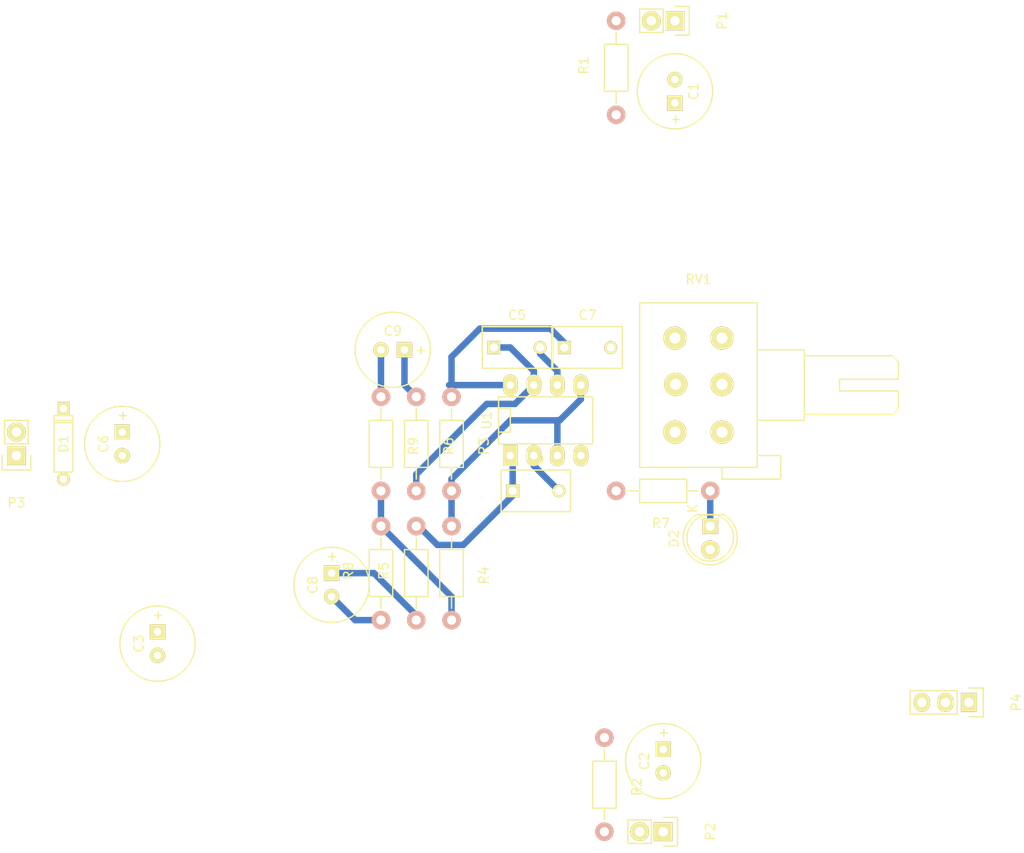
<source format=kicad_pcb>
(kicad_pcb (version 4) (host pcbnew "(after 2015-mar-04 BZR unknown)-product")

  (general
    (links 47)
    (no_connects 29)
    (area 27.134999 60.154999 140.388334 151.935001)
    (thickness 1.6)
    (drawings 0)
    (tracks 50)
    (zones 0)
    (modules 26)
    (nets 15)
  )

  (page A4)
  (layers
    (0 F.Cu signal)
    (31 B.Cu signal)
    (32 B.Adhes user)
    (33 F.Adhes user)
    (34 B.Paste user)
    (35 F.Paste user)
    (36 B.SilkS user)
    (37 F.SilkS user)
    (38 B.Mask user)
    (39 F.Mask user)
    (40 Dwgs.User user)
    (41 Cmts.User user)
    (42 Eco1.User user)
    (43 Eco2.User user)
    (44 Edge.Cuts user)
    (45 Margin user)
    (46 B.CrtYd user)
    (47 F.CrtYd user)
    (48 B.Fab user)
    (49 F.Fab user)
  )

  (setup
    (last_trace_width 0.7)
    (trace_clearance 0.3)
    (zone_clearance 0.508)
    (zone_45_only no)
    (trace_min 0.2)
    (segment_width 0.2)
    (edge_width 0.1)
    (via_size 1.6)
    (via_drill 0.8)
    (via_min_size 0.4)
    (via_min_drill 0.3)
    (uvia_size 0.3)
    (uvia_drill 0.1)
    (uvias_allowed no)
    (uvia_min_size 0.2)
    (uvia_min_drill 0.1)
    (pcb_text_width 0.3)
    (pcb_text_size 1.5 1.5)
    (mod_edge_width 0.15)
    (mod_text_size 1 1)
    (mod_text_width 0.15)
    (pad_size 1.5 1.5)
    (pad_drill 0.6)
    (pad_to_mask_clearance 0)
    (aux_axis_origin 0 0)
    (visible_elements FFFFFF7F)
    (pcbplotparams
      (layerselection 0x00030_80000001)
      (usegerberextensions false)
      (excludeedgelayer true)
      (linewidth 0.100000)
      (plotframeref false)
      (viasonmask false)
      (mode 1)
      (useauxorigin false)
      (hpglpennumber 1)
      (hpglpenspeed 20)
      (hpglpendiameter 15)
      (hpglpenoverlay 2)
      (psnegative false)
      (psa4output false)
      (plotreference true)
      (plotvalue true)
      (plotinvisibletext false)
      (padsonsilk false)
      (subtractmaskfromsilk false)
      (outputformat 1)
      (mirror false)
      (drillshape 1)
      (scaleselection 1)
      (outputdirectory ""))
  )

  (net 0 "")
  (net 1 "Net-(C1-Pad2)")
  (net 2 pot_a_L)
  (net 3 "Net-(C2-Pad2)")
  (net 4 pot_a_R)
  (net 5 GND)
  (net 6 vgnd)
  (net 7 pot_b_L)
  (net 8 pot_b_R)
  (net 9 +9V)
  (net 10 L_out)
  (net 11 "Net-(C8-Pad1)")
  (net 12 R_out)
  (net 13 "Net-(C9-Pad1)")
  (net 14 "Net-(D2-Pad1)")

  (net_class Default "This is the default net class."
    (clearance 0.3)
    (trace_width 0.7)
    (via_dia 1.6)
    (via_drill 0.8)
    (uvia_dia 0.3)
    (uvia_drill 0.1)
    (add_net +9V)
    (add_net GND)
    (add_net L_out)
    (add_net "Net-(C1-Pad2)")
    (add_net "Net-(C2-Pad2)")
    (add_net "Net-(C8-Pad1)")
    (add_net "Net-(C9-Pad1)")
    (add_net "Net-(D2-Pad1)")
    (add_net R_out)
    (add_net pot_a_L)
    (add_net pot_a_R)
    (add_net pot_b_L)
    (add_net pot_b_R)
    (add_net vgnd)
  )

  (module Capacitors_ThroughHole:C_Disc_D7.5_P5 (layer F.Cu) (tedit 0) (tstamp 557ACA9D)
    (at 82.804 113.03)
    (descr "Capacitor 7.5mm Disc, Pitch 5mm")
    (tags Capacitor)
    (path /5576C92C)
    (fp_text reference C4 (at 2.5 -3.5) (layer F.SilkS)
      (effects (font (size 1 1) (thickness 0.15)))
    )
    (fp_text value 15pF (at 2.5 3.5) (layer F.Fab)
      (effects (font (size 1 1) (thickness 0.15)))
    )
    (fp_line (start -1.5 -2.5) (end 6.5 -2.5) (layer F.CrtYd) (width 0.05))
    (fp_line (start 6.5 -2.5) (end 6.5 2.5) (layer F.CrtYd) (width 0.05))
    (fp_line (start 6.5 2.5) (end -1.5 2.5) (layer F.CrtYd) (width 0.05))
    (fp_line (start -1.5 2.5) (end -1.5 -2.5) (layer F.CrtYd) (width 0.05))
    (fp_line (start -1.25 -2.25) (end 6.25 -2.25) (layer F.SilkS) (width 0.15))
    (fp_line (start 6.25 -2.25) (end 6.25 2.25) (layer F.SilkS) (width 0.15))
    (fp_line (start 6.25 2.25) (end -1.25 2.25) (layer F.SilkS) (width 0.15))
    (fp_line (start -1.25 2.25) (end -1.25 -2.25) (layer F.SilkS) (width 0.15))
    (pad 1 thru_hole rect (at 0 0) (size 1.4 1.4) (drill 0.9) (layers *.Cu *.Mask F.SilkS)
      (net 7 pot_b_L))
    (pad 2 thru_hole circle (at 5 0) (size 1.4 1.4) (drill 0.9) (layers *.Cu *.Mask F.SilkS)
      (net 2 pot_a_L))
    (model Capacitors_ThroughHole.3dshapes/C_Disc_D7.5_P5.wrl
      (at (xyz 0.0984252 0 0))
      (scale (xyz 1 1 1))
      (rotate (xyz 0 0 0))
    )
  )

  (module Capacitors_ThroughHole:C_Disc_D7.5_P5 (layer F.Cu) (tedit 0) (tstamp 557ACAA3)
    (at 80.772 97.536)
    (descr "Capacitor 7.5mm Disc, Pitch 5mm")
    (tags Capacitor)
    (path /557A3203)
    (fp_text reference C5 (at 2.5 -3.5) (layer F.SilkS)
      (effects (font (size 1 1) (thickness 0.15)))
    )
    (fp_text value 15pF (at 2.5 3.5) (layer F.Fab)
      (effects (font (size 1 1) (thickness 0.15)))
    )
    (fp_line (start -1.5 -2.5) (end 6.5 -2.5) (layer F.CrtYd) (width 0.05))
    (fp_line (start 6.5 -2.5) (end 6.5 2.5) (layer F.CrtYd) (width 0.05))
    (fp_line (start 6.5 2.5) (end -1.5 2.5) (layer F.CrtYd) (width 0.05))
    (fp_line (start -1.5 2.5) (end -1.5 -2.5) (layer F.CrtYd) (width 0.05))
    (fp_line (start -1.25 -2.25) (end 6.25 -2.25) (layer F.SilkS) (width 0.15))
    (fp_line (start 6.25 -2.25) (end 6.25 2.25) (layer F.SilkS) (width 0.15))
    (fp_line (start 6.25 2.25) (end -1.25 2.25) (layer F.SilkS) (width 0.15))
    (fp_line (start -1.25 2.25) (end -1.25 -2.25) (layer F.SilkS) (width 0.15))
    (pad 1 thru_hole rect (at 0 0) (size 1.4 1.4) (drill 0.9) (layers *.Cu *.Mask F.SilkS)
      (net 8 pot_b_R))
    (pad 2 thru_hole circle (at 5 0) (size 1.4 1.4) (drill 0.9) (layers *.Cu *.Mask F.SilkS)
      (net 4 pot_a_R))
    (model Capacitors_ThroughHole.3dshapes/C_Disc_D7.5_P5.wrl
      (at (xyz 0.0984252 0 0))
      (scale (xyz 1 1 1))
      (rotate (xyz 0 0 0))
    )
  )

  (module Capacitors_ThroughHole:C_Disc_D7.5_P5 (layer F.Cu) (tedit 0) (tstamp 557ACAAF)
    (at 88.392 97.536)
    (descr "Capacitor 7.5mm Disc, Pitch 5mm")
    (tags Capacitor)
    (path /55798F95)
    (fp_text reference C7 (at 2.5 -3.5) (layer F.SilkS)
      (effects (font (size 1 1) (thickness 0.15)))
    )
    (fp_text value 100nF (at 2.5 3.5) (layer F.Fab)
      (effects (font (size 1 1) (thickness 0.15)))
    )
    (fp_line (start -1.5 -2.5) (end 6.5 -2.5) (layer F.CrtYd) (width 0.05))
    (fp_line (start 6.5 -2.5) (end 6.5 2.5) (layer F.CrtYd) (width 0.05))
    (fp_line (start 6.5 2.5) (end -1.5 2.5) (layer F.CrtYd) (width 0.05))
    (fp_line (start -1.5 2.5) (end -1.5 -2.5) (layer F.CrtYd) (width 0.05))
    (fp_line (start -1.25 -2.25) (end 6.25 -2.25) (layer F.SilkS) (width 0.15))
    (fp_line (start 6.25 -2.25) (end 6.25 2.25) (layer F.SilkS) (width 0.15))
    (fp_line (start 6.25 2.25) (end -1.25 2.25) (layer F.SilkS) (width 0.15))
    (fp_line (start -1.25 2.25) (end -1.25 -2.25) (layer F.SilkS) (width 0.15))
    (pad 1 thru_hole rect (at 0 0) (size 1.4 1.4) (drill 0.9) (layers *.Cu *.Mask F.SilkS)
      (net 9 +9V))
    (pad 2 thru_hole circle (at 5 0) (size 1.4 1.4) (drill 0.9) (layers *.Cu *.Mask F.SilkS)
      (net 5 GND))
    (model Capacitors_ThroughHole.3dshapes/C_Disc_D7.5_P5.wrl
      (at (xyz 0.0984252 0 0))
      (scale (xyz 1 1 1))
      (rotate (xyz 0 0 0))
    )
  )

  (module LEDs:LED-5MM (layer F.Cu) (tedit 5538E0D0) (tstamp 557ACAC7)
    (at 104.14 116.84 270)
    (descr "LED vertical 5mm")
    (tags "LED-5MM LED 5mm")
    (path /5576C5E6)
    (fp_text reference D2 (at 1.35 3.9 270) (layer F.SilkS)
      (effects (font (size 1 1) (thickness 0.15)))
    )
    (fp_text value LED (at 1.35 -3.75 270) (layer F.Fab)
      (effects (font (size 1 1) (thickness 0.15)))
    )
    (fp_line (start 4.4 -3.15) (end 4.4 3.15) (layer F.CrtYd) (width 0.05))
    (fp_line (start -1.5 -3.15) (end -1.5 3.15) (layer F.CrtYd) (width 0.05))
    (fp_line (start -1.5 3.15) (end 4.4 3.15) (layer F.CrtYd) (width 0.05))
    (fp_line (start -1.5 -3.15) (end 4.4 -3.15) (layer F.CrtYd) (width 0.05))
    (fp_arc (start 1.26866 0) (end -1.23134 -1.5) (angle 297.5) (layer F.SilkS) (width 0.15))
    (fp_line (start -1.23134 1.5) (end -1.23134 -1.5) (layer F.SilkS) (width 0.15))
    (fp_circle (center 1.26866 0) (end 0.96866 -2.5) (layer F.SilkS) (width 0.15))
    (fp_text user K (at -1.90634 1.905 270) (layer F.SilkS)
      (effects (font (size 1 1) (thickness 0.15)))
    )
    (pad 1 thru_hole rect (at -0.00134 0) (size 1.69926 1.69926) (drill 1.00076) (layers *.Cu *.Mask F.SilkS)
      (net 14 "Net-(D2-Pad1)"))
    (pad 2 thru_hole circle (at 2.53866 0 270) (size 1.99898 1.99898) (drill 1.00076) (layers *.Cu *.Mask F.SilkS)
      (net 9 +9V))
    (model LEDs.3dshapes/LED-5MM.wrl
      (at (xyz 0.05 0 -0.012))
      (scale (xyz 1 1 1))
      (rotate (xyz 0 0 180))
    )
  )

  (module Pin_Headers:Pin_Header_Straight_1x02 (layer F.Cu) (tedit 54EA090C) (tstamp 557ACACD)
    (at 100.33 62.23 270)
    (descr "Through hole pin header")
    (tags "pin header")
    (path /5576D17C)
    (fp_text reference P1 (at 0 -5.1 270) (layer F.SilkS)
      (effects (font (size 1 1) (thickness 0.15)))
    )
    (fp_text value mic_L (at 0 -3.1 270) (layer F.Fab)
      (effects (font (size 1 1) (thickness 0.15)))
    )
    (fp_line (start 1.27 1.27) (end 1.27 3.81) (layer F.SilkS) (width 0.15))
    (fp_line (start 1.55 -1.55) (end 1.55 0) (layer F.SilkS) (width 0.15))
    (fp_line (start -1.75 -1.75) (end -1.75 4.3) (layer F.CrtYd) (width 0.05))
    (fp_line (start 1.75 -1.75) (end 1.75 4.3) (layer F.CrtYd) (width 0.05))
    (fp_line (start -1.75 -1.75) (end 1.75 -1.75) (layer F.CrtYd) (width 0.05))
    (fp_line (start -1.75 4.3) (end 1.75 4.3) (layer F.CrtYd) (width 0.05))
    (fp_line (start 1.27 1.27) (end -1.27 1.27) (layer F.SilkS) (width 0.15))
    (fp_line (start -1.55 0) (end -1.55 -1.55) (layer F.SilkS) (width 0.15))
    (fp_line (start -1.55 -1.55) (end 1.55 -1.55) (layer F.SilkS) (width 0.15))
    (fp_line (start -1.27 1.27) (end -1.27 3.81) (layer F.SilkS) (width 0.15))
    (fp_line (start -1.27 3.81) (end 1.27 3.81) (layer F.SilkS) (width 0.15))
    (pad 1 thru_hole rect (at 0 0 270) (size 2.032 2.032) (drill 1.016) (layers *.Cu *.Mask F.SilkS)
      (net 5 GND))
    (pad 2 thru_hole oval (at 0 2.54 270) (size 2.032 2.032) (drill 1.016) (layers *.Cu *.Mask F.SilkS)
      (net 1 "Net-(C1-Pad2)"))
    (model Pin_Headers.3dshapes/Pin_Header_Straight_1x02.wrl
      (at (xyz 0 -0.05 0))
      (scale (xyz 1 1 1))
      (rotate (xyz 0 0 90))
    )
  )

  (module Pin_Headers:Pin_Header_Straight_1x02 (layer F.Cu) (tedit 54EA090C) (tstamp 557ACAD3)
    (at 99.06 149.86 270)
    (descr "Through hole pin header")
    (tags "pin header")
    (path /557A320F)
    (fp_text reference P2 (at 0 -5.1 270) (layer F.SilkS)
      (effects (font (size 1 1) (thickness 0.15)))
    )
    (fp_text value mic_R (at 0 -3.1 270) (layer F.Fab)
      (effects (font (size 1 1) (thickness 0.15)))
    )
    (fp_line (start 1.27 1.27) (end 1.27 3.81) (layer F.SilkS) (width 0.15))
    (fp_line (start 1.55 -1.55) (end 1.55 0) (layer F.SilkS) (width 0.15))
    (fp_line (start -1.75 -1.75) (end -1.75 4.3) (layer F.CrtYd) (width 0.05))
    (fp_line (start 1.75 -1.75) (end 1.75 4.3) (layer F.CrtYd) (width 0.05))
    (fp_line (start -1.75 -1.75) (end 1.75 -1.75) (layer F.CrtYd) (width 0.05))
    (fp_line (start -1.75 4.3) (end 1.75 4.3) (layer F.CrtYd) (width 0.05))
    (fp_line (start 1.27 1.27) (end -1.27 1.27) (layer F.SilkS) (width 0.15))
    (fp_line (start -1.55 0) (end -1.55 -1.55) (layer F.SilkS) (width 0.15))
    (fp_line (start -1.55 -1.55) (end 1.55 -1.55) (layer F.SilkS) (width 0.15))
    (fp_line (start -1.27 1.27) (end -1.27 3.81) (layer F.SilkS) (width 0.15))
    (fp_line (start -1.27 3.81) (end 1.27 3.81) (layer F.SilkS) (width 0.15))
    (pad 1 thru_hole rect (at 0 0 270) (size 2.032 2.032) (drill 1.016) (layers *.Cu *.Mask F.SilkS)
      (net 5 GND))
    (pad 2 thru_hole oval (at 0 2.54 270) (size 2.032 2.032) (drill 1.016) (layers *.Cu *.Mask F.SilkS)
      (net 3 "Net-(C2-Pad2)"))
    (model Pin_Headers.3dshapes/Pin_Header_Straight_1x02.wrl
      (at (xyz 0 -0.05 0))
      (scale (xyz 1 1 1))
      (rotate (xyz 0 0 90))
    )
  )

  (module Pin_Headers:Pin_Header_Straight_1x02 (layer F.Cu) (tedit 54EA090C) (tstamp 557ACAD9)
    (at 29.21 109.22 180)
    (descr "Through hole pin header")
    (tags "pin header")
    (path /5576C752)
    (fp_text reference P3 (at 0 -5.1 180) (layer F.SilkS)
      (effects (font (size 1 1) (thickness 0.15)))
    )
    (fp_text value batt (at 0 -3.1 180) (layer F.Fab)
      (effects (font (size 1 1) (thickness 0.15)))
    )
    (fp_line (start 1.27 1.27) (end 1.27 3.81) (layer F.SilkS) (width 0.15))
    (fp_line (start 1.55 -1.55) (end 1.55 0) (layer F.SilkS) (width 0.15))
    (fp_line (start -1.75 -1.75) (end -1.75 4.3) (layer F.CrtYd) (width 0.05))
    (fp_line (start 1.75 -1.75) (end 1.75 4.3) (layer F.CrtYd) (width 0.05))
    (fp_line (start -1.75 -1.75) (end 1.75 -1.75) (layer F.CrtYd) (width 0.05))
    (fp_line (start -1.75 4.3) (end 1.75 4.3) (layer F.CrtYd) (width 0.05))
    (fp_line (start 1.27 1.27) (end -1.27 1.27) (layer F.SilkS) (width 0.15))
    (fp_line (start -1.55 0) (end -1.55 -1.55) (layer F.SilkS) (width 0.15))
    (fp_line (start -1.55 -1.55) (end 1.55 -1.55) (layer F.SilkS) (width 0.15))
    (fp_line (start -1.27 1.27) (end -1.27 3.81) (layer F.SilkS) (width 0.15))
    (fp_line (start -1.27 3.81) (end 1.27 3.81) (layer F.SilkS) (width 0.15))
    (pad 1 thru_hole rect (at 0 0 180) (size 2.032 2.032) (drill 1.016) (layers *.Cu *.Mask F.SilkS)
      (net 5 GND))
    (pad 2 thru_hole oval (at 0 2.54 180) (size 2.032 2.032) (drill 1.016) (layers *.Cu *.Mask F.SilkS)
      (net 9 +9V))
    (model Pin_Headers.3dshapes/Pin_Header_Straight_1x02.wrl
      (at (xyz 0 -0.05 0))
      (scale (xyz 1 1 1))
      (rotate (xyz 0 0 90))
    )
  )

  (module Pin_Headers:Pin_Header_Straight_1x03 (layer F.Cu) (tedit 0) (tstamp 557ACAE0)
    (at 132.08 135.89 270)
    (descr "Through hole pin header")
    (tags "pin header")
    (path /5576D1BA)
    (fp_text reference P4 (at 0 -5.1 270) (layer F.SilkS)
      (effects (font (size 1 1) (thickness 0.15)))
    )
    (fp_text value CONN_01X03 (at 0 -3.1 270) (layer F.Fab)
      (effects (font (size 1 1) (thickness 0.15)))
    )
    (fp_line (start -1.75 -1.75) (end -1.75 6.85) (layer F.CrtYd) (width 0.05))
    (fp_line (start 1.75 -1.75) (end 1.75 6.85) (layer F.CrtYd) (width 0.05))
    (fp_line (start -1.75 -1.75) (end 1.75 -1.75) (layer F.CrtYd) (width 0.05))
    (fp_line (start -1.75 6.85) (end 1.75 6.85) (layer F.CrtYd) (width 0.05))
    (fp_line (start -1.27 1.27) (end -1.27 6.35) (layer F.SilkS) (width 0.15))
    (fp_line (start -1.27 6.35) (end 1.27 6.35) (layer F.SilkS) (width 0.15))
    (fp_line (start 1.27 6.35) (end 1.27 1.27) (layer F.SilkS) (width 0.15))
    (fp_line (start 1.55 -1.55) (end 1.55 0) (layer F.SilkS) (width 0.15))
    (fp_line (start 1.27 1.27) (end -1.27 1.27) (layer F.SilkS) (width 0.15))
    (fp_line (start -1.55 0) (end -1.55 -1.55) (layer F.SilkS) (width 0.15))
    (fp_line (start -1.55 -1.55) (end 1.55 -1.55) (layer F.SilkS) (width 0.15))
    (pad 1 thru_hole rect (at 0 0 270) (size 2.032 1.7272) (drill 1.016) (layers *.Cu *.Mask F.SilkS)
      (net 10 L_out))
    (pad 2 thru_hole oval (at 0 2.54 270) (size 2.032 1.7272) (drill 1.016) (layers *.Cu *.Mask F.SilkS)
      (net 5 GND))
    (pad 3 thru_hole oval (at 0 5.08 270) (size 2.032 1.7272) (drill 1.016) (layers *.Cu *.Mask F.SilkS)
      (net 12 R_out))
    (model Pin_Headers.3dshapes/Pin_Header_Straight_1x03.wrl
      (at (xyz 0 -0.1 0))
      (scale (xyz 1 1 1))
      (rotate (xyz 0 0 90))
    )
  )

  (module Resistors_ThroughHole:Resistor_Horizontal_RM10mm (layer F.Cu) (tedit 53F56209) (tstamp 557ACAE6)
    (at 93.98 67.31 90)
    (descr "Resistor, Axial,  RM 10mm, 1/3W,")
    (tags "Resistor, Axial, RM 10mm, 1/3W,")
    (path /5579A46D)
    (fp_text reference R1 (at 0.24892 -3.50012 90) (layer F.SilkS)
      (effects (font (size 1 1) (thickness 0.15)))
    )
    (fp_text value 13.7k (at 3.81 3.81 90) (layer F.Fab)
      (effects (font (size 1 1) (thickness 0.15)))
    )
    (fp_line (start -2.54 -1.27) (end 2.54 -1.27) (layer F.SilkS) (width 0.15))
    (fp_line (start 2.54 -1.27) (end 2.54 1.27) (layer F.SilkS) (width 0.15))
    (fp_line (start 2.54 1.27) (end -2.54 1.27) (layer F.SilkS) (width 0.15))
    (fp_line (start -2.54 1.27) (end -2.54 -1.27) (layer F.SilkS) (width 0.15))
    (fp_line (start -2.54 0) (end -3.81 0) (layer F.SilkS) (width 0.15))
    (fp_line (start 2.54 0) (end 3.81 0) (layer F.SilkS) (width 0.15))
    (pad 1 thru_hole circle (at -5.08 0 90) (size 1.99898 1.99898) (drill 1.00076) (layers *.Cu *.SilkS *.Mask)
      (net 9 +9V))
    (pad 2 thru_hole circle (at 5.08 0 90) (size 1.99898 1.99898) (drill 1.00076) (layers *.Cu *.SilkS *.Mask)
      (net 1 "Net-(C1-Pad2)"))
    (model Resistors_ThroughHole.3dshapes/Resistor_Horizontal_RM10mm.wrl
      (at (xyz 0 0 0))
      (scale (xyz 0.4 0.4 0.4))
      (rotate (xyz 0 0 0))
    )
  )

  (module Resistors_ThroughHole:Resistor_Horizontal_RM10mm (layer F.Cu) (tedit 53F56209) (tstamp 557ACAEC)
    (at 92.71 144.78 270)
    (descr "Resistor, Axial,  RM 10mm, 1/3W,")
    (tags "Resistor, Axial, RM 10mm, 1/3W,")
    (path /557A3222)
    (fp_text reference R2 (at 0.24892 -3.50012 270) (layer F.SilkS)
      (effects (font (size 1 1) (thickness 0.15)))
    )
    (fp_text value 13.7k (at 3.81 3.81 270) (layer F.Fab)
      (effects (font (size 1 1) (thickness 0.15)))
    )
    (fp_line (start -2.54 -1.27) (end 2.54 -1.27) (layer F.SilkS) (width 0.15))
    (fp_line (start 2.54 -1.27) (end 2.54 1.27) (layer F.SilkS) (width 0.15))
    (fp_line (start 2.54 1.27) (end -2.54 1.27) (layer F.SilkS) (width 0.15))
    (fp_line (start -2.54 1.27) (end -2.54 -1.27) (layer F.SilkS) (width 0.15))
    (fp_line (start -2.54 0) (end -3.81 0) (layer F.SilkS) (width 0.15))
    (fp_line (start 2.54 0) (end 3.81 0) (layer F.SilkS) (width 0.15))
    (pad 1 thru_hole circle (at -5.08 0 270) (size 1.99898 1.99898) (drill 1.00076) (layers *.Cu *.SilkS *.Mask)
      (net 9 +9V))
    (pad 2 thru_hole circle (at 5.08 0 270) (size 1.99898 1.99898) (drill 1.00076) (layers *.Cu *.SilkS *.Mask)
      (net 3 "Net-(C2-Pad2)"))
    (model Resistors_ThroughHole.3dshapes/Resistor_Horizontal_RM10mm.wrl
      (at (xyz 0 0 0))
      (scale (xyz 0.4 0.4 0.4))
      (rotate (xyz 0 0 0))
    )
  )

  (module Resistors_ThroughHole:Resistor_Horizontal_RM10mm (layer F.Cu) (tedit 53F56209) (tstamp 557ACAF2)
    (at 76.2 107.95 270)
    (descr "Resistor, Axial,  RM 10mm, 1/3W,")
    (tags "Resistor, Axial, RM 10mm, 1/3W,")
    (path /55799796)
    (fp_text reference R3 (at 0.24892 -3.50012 270) (layer F.SilkS)
      (effects (font (size 1 1) (thickness 0.15)))
    )
    (fp_text value 100k (at 3.81 3.81 270) (layer F.Fab)
      (effects (font (size 1 1) (thickness 0.15)))
    )
    (fp_line (start -2.54 -1.27) (end 2.54 -1.27) (layer F.SilkS) (width 0.15))
    (fp_line (start 2.54 -1.27) (end 2.54 1.27) (layer F.SilkS) (width 0.15))
    (fp_line (start 2.54 1.27) (end -2.54 1.27) (layer F.SilkS) (width 0.15))
    (fp_line (start -2.54 1.27) (end -2.54 -1.27) (layer F.SilkS) (width 0.15))
    (fp_line (start -2.54 0) (end -3.81 0) (layer F.SilkS) (width 0.15))
    (fp_line (start 2.54 0) (end 3.81 0) (layer F.SilkS) (width 0.15))
    (pad 1 thru_hole circle (at -5.08 0 270) (size 1.99898 1.99898) (drill 1.00076) (layers *.Cu *.SilkS *.Mask)
      (net 9 +9V))
    (pad 2 thru_hole circle (at 5.08 0 270) (size 1.99898 1.99898) (drill 1.00076) (layers *.Cu *.SilkS *.Mask)
      (net 6 vgnd))
    (model Resistors_ThroughHole.3dshapes/Resistor_Horizontal_RM10mm.wrl
      (at (xyz 0 0 0))
      (scale (xyz 0.4 0.4 0.4))
      (rotate (xyz 0 0 0))
    )
  )

  (module Resistors_ThroughHole:Resistor_Horizontal_RM10mm (layer F.Cu) (tedit 53F56209) (tstamp 557ACAF8)
    (at 76.2 121.92 270)
    (descr "Resistor, Axial,  RM 10mm, 1/3W,")
    (tags "Resistor, Axial, RM 10mm, 1/3W,")
    (path /5579B72C)
    (fp_text reference R4 (at 0.24892 -3.50012 270) (layer F.SilkS)
      (effects (font (size 1 1) (thickness 0.15)))
    )
    (fp_text value 100k (at 3.81 3.81 270) (layer F.Fab)
      (effects (font (size 1 1) (thickness 0.15)))
    )
    (fp_line (start -2.54 -1.27) (end 2.54 -1.27) (layer F.SilkS) (width 0.15))
    (fp_line (start 2.54 -1.27) (end 2.54 1.27) (layer F.SilkS) (width 0.15))
    (fp_line (start 2.54 1.27) (end -2.54 1.27) (layer F.SilkS) (width 0.15))
    (fp_line (start -2.54 1.27) (end -2.54 -1.27) (layer F.SilkS) (width 0.15))
    (fp_line (start -2.54 0) (end -3.81 0) (layer F.SilkS) (width 0.15))
    (fp_line (start 2.54 0) (end 3.81 0) (layer F.SilkS) (width 0.15))
    (pad 1 thru_hole circle (at -5.08 0 270) (size 1.99898 1.99898) (drill 1.00076) (layers *.Cu *.SilkS *.Mask)
      (net 6 vgnd))
    (pad 2 thru_hole circle (at 5.08 0 270) (size 1.99898 1.99898) (drill 1.00076) (layers *.Cu *.SilkS *.Mask)
      (net 5 GND))
    (model Resistors_ThroughHole.3dshapes/Resistor_Horizontal_RM10mm.wrl
      (at (xyz 0 0 0))
      (scale (xyz 0.4 0.4 0.4))
      (rotate (xyz 0 0 0))
    )
  )

  (module Resistors_ThroughHole:Resistor_Horizontal_RM10mm (layer F.Cu) (tedit 53F56209) (tstamp 557ACAFE)
    (at 72.39 121.92 90)
    (descr "Resistor, Axial,  RM 10mm, 1/3W,")
    (tags "Resistor, Axial, RM 10mm, 1/3W,")
    (path /5579BB59)
    (fp_text reference R5 (at 0.24892 -3.50012 90) (layer F.SilkS)
      (effects (font (size 1 1) (thickness 0.15)))
    )
    (fp_text value 51 (at 3.81 3.81 90) (layer F.Fab)
      (effects (font (size 1 1) (thickness 0.15)))
    )
    (fp_line (start -2.54 -1.27) (end 2.54 -1.27) (layer F.SilkS) (width 0.15))
    (fp_line (start 2.54 -1.27) (end 2.54 1.27) (layer F.SilkS) (width 0.15))
    (fp_line (start 2.54 1.27) (end -2.54 1.27) (layer F.SilkS) (width 0.15))
    (fp_line (start -2.54 1.27) (end -2.54 -1.27) (layer F.SilkS) (width 0.15))
    (fp_line (start -2.54 0) (end -3.81 0) (layer F.SilkS) (width 0.15))
    (fp_line (start 2.54 0) (end 3.81 0) (layer F.SilkS) (width 0.15))
    (pad 1 thru_hole circle (at -5.08 0 90) (size 1.99898 1.99898) (drill 1.00076) (layers *.Cu *.SilkS *.Mask)
      (net 11 "Net-(C8-Pad1)"))
    (pad 2 thru_hole circle (at 5.08 0 90) (size 1.99898 1.99898) (drill 1.00076) (layers *.Cu *.SilkS *.Mask)
      (net 7 pot_b_L))
    (model Resistors_ThroughHole.3dshapes/Resistor_Horizontal_RM10mm.wrl
      (at (xyz 0 0 0))
      (scale (xyz 0.4 0.4 0.4))
      (rotate (xyz 0 0 0))
    )
  )

  (module Resistors_ThroughHole:Resistor_Horizontal_RM10mm (layer F.Cu) (tedit 53F56209) (tstamp 557ACB04)
    (at 72.39 107.95 270)
    (descr "Resistor, Axial,  RM 10mm, 1/3W,")
    (tags "Resistor, Axial, RM 10mm, 1/3W,")
    (path /557A3231)
    (fp_text reference R6 (at 0.24892 -3.50012 270) (layer F.SilkS)
      (effects (font (size 1 1) (thickness 0.15)))
    )
    (fp_text value 51 (at 3.81 3.81 270) (layer F.Fab)
      (effects (font (size 1 1) (thickness 0.15)))
    )
    (fp_line (start -2.54 -1.27) (end 2.54 -1.27) (layer F.SilkS) (width 0.15))
    (fp_line (start 2.54 -1.27) (end 2.54 1.27) (layer F.SilkS) (width 0.15))
    (fp_line (start 2.54 1.27) (end -2.54 1.27) (layer F.SilkS) (width 0.15))
    (fp_line (start -2.54 1.27) (end -2.54 -1.27) (layer F.SilkS) (width 0.15))
    (fp_line (start -2.54 0) (end -3.81 0) (layer F.SilkS) (width 0.15))
    (fp_line (start 2.54 0) (end 3.81 0) (layer F.SilkS) (width 0.15))
    (pad 1 thru_hole circle (at -5.08 0 270) (size 1.99898 1.99898) (drill 1.00076) (layers *.Cu *.SilkS *.Mask)
      (net 13 "Net-(C9-Pad1)"))
    (pad 2 thru_hole circle (at 5.08 0 270) (size 1.99898 1.99898) (drill 1.00076) (layers *.Cu *.SilkS *.Mask)
      (net 8 pot_b_R))
    (model Resistors_ThroughHole.3dshapes/Resistor_Horizontal_RM10mm.wrl
      (at (xyz 0 0 0))
      (scale (xyz 0.4 0.4 0.4))
      (rotate (xyz 0 0 0))
    )
  )

  (module Resistors_ThroughHole:Resistor_Horizontal_RM10mm (layer F.Cu) (tedit 53F56209) (tstamp 557ACB0A)
    (at 99.06 113.03 180)
    (descr "Resistor, Axial,  RM 10mm, 1/3W,")
    (tags "Resistor, Axial, RM 10mm, 1/3W,")
    (path /557A0E47)
    (fp_text reference R7 (at 0.24892 -3.50012 180) (layer F.SilkS)
      (effects (font (size 1 1) (thickness 0.15)))
    )
    (fp_text value 13.7k (at 3.81 3.81 180) (layer F.Fab)
      (effects (font (size 1 1) (thickness 0.15)))
    )
    (fp_line (start -2.54 -1.27) (end 2.54 -1.27) (layer F.SilkS) (width 0.15))
    (fp_line (start 2.54 -1.27) (end 2.54 1.27) (layer F.SilkS) (width 0.15))
    (fp_line (start 2.54 1.27) (end -2.54 1.27) (layer F.SilkS) (width 0.15))
    (fp_line (start -2.54 1.27) (end -2.54 -1.27) (layer F.SilkS) (width 0.15))
    (fp_line (start -2.54 0) (end -3.81 0) (layer F.SilkS) (width 0.15))
    (fp_line (start 2.54 0) (end 3.81 0) (layer F.SilkS) (width 0.15))
    (pad 1 thru_hole circle (at -5.08 0 180) (size 1.99898 1.99898) (drill 1.00076) (layers *.Cu *.SilkS *.Mask)
      (net 14 "Net-(D2-Pad1)"))
    (pad 2 thru_hole circle (at 5.08 0 180) (size 1.99898 1.99898) (drill 1.00076) (layers *.Cu *.SilkS *.Mask)
      (net 5 GND))
    (model Resistors_ThroughHole.3dshapes/Resistor_Horizontal_RM10mm.wrl
      (at (xyz 0 0 0))
      (scale (xyz 0.4 0.4 0.4))
      (rotate (xyz 0 0 0))
    )
  )

  (module Resistors_ThroughHole:Resistor_Horizontal_RM10mm (layer F.Cu) (tedit 53F56209) (tstamp 557ACB10)
    (at 68.58 121.92 90)
    (descr "Resistor, Axial,  RM 10mm, 1/3W,")
    (tags "Resistor, Axial, RM 10mm, 1/3W,")
    (path /5579F1EE)
    (fp_text reference R8 (at 0.24892 -3.50012 90) (layer F.SilkS)
      (effects (font (size 1 1) (thickness 0.15)))
    )
    (fp_text value 100k (at 3.81 3.81 90) (layer F.Fab)
      (effects (font (size 1 1) (thickness 0.15)))
    )
    (fp_line (start -2.54 -1.27) (end 2.54 -1.27) (layer F.SilkS) (width 0.15))
    (fp_line (start 2.54 -1.27) (end 2.54 1.27) (layer F.SilkS) (width 0.15))
    (fp_line (start 2.54 1.27) (end -2.54 1.27) (layer F.SilkS) (width 0.15))
    (fp_line (start -2.54 1.27) (end -2.54 -1.27) (layer F.SilkS) (width 0.15))
    (fp_line (start -2.54 0) (end -3.81 0) (layer F.SilkS) (width 0.15))
    (fp_line (start 2.54 0) (end 3.81 0) (layer F.SilkS) (width 0.15))
    (pad 1 thru_hole circle (at -5.08 0 90) (size 1.99898 1.99898) (drill 1.00076) (layers *.Cu *.SilkS *.Mask)
      (net 10 L_out))
    (pad 2 thru_hole circle (at 5.08 0 90) (size 1.99898 1.99898) (drill 1.00076) (layers *.Cu *.SilkS *.Mask)
      (net 5 GND))
    (model Resistors_ThroughHole.3dshapes/Resistor_Horizontal_RM10mm.wrl
      (at (xyz 0 0 0))
      (scale (xyz 0.4 0.4 0.4))
      (rotate (xyz 0 0 0))
    )
  )

  (module Resistors_ThroughHole:Resistor_Horizontal_RM10mm (layer F.Cu) (tedit 53F56209) (tstamp 557ACB16)
    (at 68.58 107.95 270)
    (descr "Resistor, Axial,  RM 10mm, 1/3W,")
    (tags "Resistor, Axial, RM 10mm, 1/3W,")
    (path /557A3247)
    (fp_text reference R9 (at 0.24892 -3.50012 270) (layer F.SilkS)
      (effects (font (size 1 1) (thickness 0.15)))
    )
    (fp_text value 100k (at 3.81 3.81 270) (layer F.Fab)
      (effects (font (size 1 1) (thickness 0.15)))
    )
    (fp_line (start -2.54 -1.27) (end 2.54 -1.27) (layer F.SilkS) (width 0.15))
    (fp_line (start 2.54 -1.27) (end 2.54 1.27) (layer F.SilkS) (width 0.15))
    (fp_line (start 2.54 1.27) (end -2.54 1.27) (layer F.SilkS) (width 0.15))
    (fp_line (start -2.54 1.27) (end -2.54 -1.27) (layer F.SilkS) (width 0.15))
    (fp_line (start -2.54 0) (end -3.81 0) (layer F.SilkS) (width 0.15))
    (fp_line (start 2.54 0) (end 3.81 0) (layer F.SilkS) (width 0.15))
    (pad 1 thru_hole circle (at -5.08 0 270) (size 1.99898 1.99898) (drill 1.00076) (layers *.Cu *.SilkS *.Mask)
      (net 12 R_out))
    (pad 2 thru_hole circle (at 5.08 0 270) (size 1.99898 1.99898) (drill 1.00076) (layers *.Cu *.SilkS *.Mask)
      (net 5 GND))
    (model Resistors_ThroughHole.3dshapes/Resistor_Horizontal_RM10mm.wrl
      (at (xyz 0 0 0))
      (scale (xyz 0.4 0.4 0.4))
      (rotate (xyz 0 0 0))
    )
  )

  (module Potentiometers:Potentiometer_Alps-RK163-double_15mm (layer F.Cu) (tedit 5452A312) (tstamp 557ACB20)
    (at 105.41 106.68)
    (descr "Potentiometer, double, dual,  Alps, RK163, single")
    (tags "Potentiometer, double, dual, Alps, RK163, single")
    (path /5579D759)
    (fp_text reference RV1 (at -2.54 -16.51) (layer F.SilkS)
      (effects (font (size 1 1) (thickness 0.15)))
    )
    (fp_text value "Dual A100K" (at 0 7.62) (layer F.Fab)
      (effects (font (size 1 1) (thickness 0.15)))
    )
    (fp_line (start 19.05 -4.445) (end 19.05 -2.54) (layer F.SilkS) (width 0.15))
    (fp_line (start 19.05 -5.715) (end 19.05 -7.62) (layer F.SilkS) (width 0.15))
    (fp_line (start 12.7 -4.445) (end 12.7 -5.715) (layer F.SilkS) (width 0.15))
    (fp_line (start 12.7 -5.715) (end 19.05 -5.715) (layer F.SilkS) (width 0.15))
    (fp_line (start 12.7 -4.445) (end 19.05 -4.445) (layer F.SilkS) (width 0.15))
    (fp_line (start 8.89 -8.255) (end 18.415 -8.255) (layer F.SilkS) (width 0.15))
    (fp_line (start 18.415 -8.255) (end 19.05 -7.62) (layer F.SilkS) (width 0.15))
    (fp_line (start 19.05 -2.54) (end 18.415 -1.905) (layer F.SilkS) (width 0.15))
    (fp_line (start 18.415 -1.905) (end 8.89 -1.905) (layer F.SilkS) (width 0.15))
    (fp_line (start 6.35 5.08) (end 0 5.08) (layer F.SilkS) (width 0.15))
    (fp_line (start 0 5.08) (end 0 3.81) (layer F.SilkS) (width 0.15))
    (fp_line (start 3.81 -13.97) (end -8.89 -13.97) (layer F.SilkS) (width 0.15))
    (fp_line (start 3.81 3.81) (end -8.89 3.81) (layer F.SilkS) (width 0.15))
    (fp_line (start -8.89 3.81) (end -8.89 -13.97) (layer F.SilkS) (width 0.15))
    (fp_line (start 3.81 2.54) (end 6.35 2.54) (layer F.SilkS) (width 0.15))
    (fp_line (start 6.35 2.54) (end 6.35 5.08) (layer F.SilkS) (width 0.15))
    (fp_line (start 3.81 -1.27) (end 8.89 -1.27) (layer F.SilkS) (width 0.15))
    (fp_line (start 8.89 -1.27) (end 8.89 -8.89) (layer F.SilkS) (width 0.15))
    (fp_line (start 8.89 -8.89) (end 3.81 -8.89) (layer F.SilkS) (width 0.15))
    (fp_line (start 3.81 -13.97) (end 3.81 3.81) (layer F.SilkS) (width 0.15))
    (pad 23 thru_hole circle (at -5.08 -10.16) (size 2.49936 2.49936) (drill 1.19888) (layers *.Cu *.Mask F.SilkS))
    (pad 22 thru_hole circle (at -5.00126 -5.15874) (size 2.49936 2.49936) (drill 1.19888) (layers *.Cu *.Mask F.SilkS)
      (net 8 pot_b_R))
    (pad 21 thru_hole circle (at -5.08 0) (size 2.49936 2.49936) (drill 1.19888) (layers *.Cu *.Mask F.SilkS)
      (net 4 pot_a_R))
    (pad 12 thru_hole circle (at 0 -5.15874) (size 2.49936 2.49936) (drill 1.19888) (layers *.Cu *.Mask F.SilkS)
      (net 7 pot_b_L))
    (pad 13 thru_hole circle (at 0 -10.16) (size 2.49936 2.49936) (drill 1.19888) (layers *.Cu *.Mask F.SilkS))
    (pad 11 thru_hole circle (at 0 0) (size 2.49936 2.49936) (drill 1.19888) (layers *.Cu *.Mask F.SilkS)
      (net 2 pot_a_L))
    (model Potentiometers.3dshapes/Potentiometer_Alps-RK163-double_15mm.wrl
      (at (xyz 0 0 0))
      (scale (xyz 1 1 1))
      (rotate (xyz 0 0 0))
    )
  )

  (module Sockets_DIP:DIP-8__300_ELL (layer F.Cu) (tedit 0) (tstamp 557ACB2C)
    (at 86.36 105.41)
    (descr "8 pins DIL package, elliptical pads")
    (tags DIL)
    (path /5576C3AA)
    (fp_text reference U1 (at -6.35 0 90) (layer F.SilkS)
      (effects (font (size 1 1) (thickness 0.15)))
    )
    (fp_text value TL072 (at 0 0) (layer F.Fab)
      (effects (font (size 1 1) (thickness 0.15)))
    )
    (fp_line (start -5.08 -1.27) (end -3.81 -1.27) (layer F.SilkS) (width 0.15))
    (fp_line (start -3.81 -1.27) (end -3.81 1.27) (layer F.SilkS) (width 0.15))
    (fp_line (start -3.81 1.27) (end -5.08 1.27) (layer F.SilkS) (width 0.15))
    (fp_line (start -5.08 -2.54) (end 5.08 -2.54) (layer F.SilkS) (width 0.15))
    (fp_line (start 5.08 -2.54) (end 5.08 2.54) (layer F.SilkS) (width 0.15))
    (fp_line (start 5.08 2.54) (end -5.08 2.54) (layer F.SilkS) (width 0.15))
    (fp_line (start -5.08 2.54) (end -5.08 -2.54) (layer F.SilkS) (width 0.15))
    (pad 1 thru_hole rect (at -3.81 3.81) (size 1.5748 2.286) (drill 0.8128) (layers *.Cu *.Mask F.SilkS)
      (net 7 pot_b_L))
    (pad 2 thru_hole oval (at -1.27 3.81) (size 1.5748 2.286) (drill 0.8128) (layers *.Cu *.Mask F.SilkS)
      (net 2 pot_a_L))
    (pad 3 thru_hole oval (at 1.27 3.81) (size 1.5748 2.286) (drill 0.8128) (layers *.Cu *.Mask F.SilkS)
      (net 6 vgnd))
    (pad 4 thru_hole oval (at 3.81 3.81) (size 1.5748 2.286) (drill 0.8128) (layers *.Cu *.Mask F.SilkS)
      (net 5 GND))
    (pad 5 thru_hole oval (at 3.81 -3.81) (size 1.5748 2.286) (drill 0.8128) (layers *.Cu *.Mask F.SilkS)
      (net 6 vgnd))
    (pad 6 thru_hole oval (at 1.27 -3.81) (size 1.5748 2.286) (drill 0.8128) (layers *.Cu *.Mask F.SilkS)
      (net 4 pot_a_R))
    (pad 7 thru_hole oval (at -1.27 -3.81) (size 1.5748 2.286) (drill 0.8128) (layers *.Cu *.Mask F.SilkS)
      (net 8 pot_b_R))
    (pad 8 thru_hole oval (at -3.81 -3.81) (size 1.5748 2.286) (drill 0.8128) (layers *.Cu *.Mask F.SilkS)
      (net 9 +9V))
    (model Sockets_DIP.3dshapes/DIP-8__300_ELL.wrl
      (at (xyz 0 0 0))
      (scale (xyz 1 1 1))
      (rotate (xyz 0 0 0))
    )
  )

  (module Discret:C1V8 (layer F.Cu) (tedit 0) (tstamp 557ACD66)
    (at 100.33 69.85 90)
    (path /5576CAFC)
    (fp_text reference C1 (at 0 2.032 90) (layer F.SilkS)
      (effects (font (size 1 1) (thickness 0.15)))
    )
    (fp_text value 2.2uF (at 0 -1.77546 90) (layer F.Fab)
      (effects (font (size 1 1) (thickness 0.15)))
    )
    (fp_text user + (at -3.04546 0 90) (layer F.SilkS)
      (effects (font (size 1 1) (thickness 0.15)))
    )
    (fp_circle (center 0 0) (end 4.064 0) (layer F.SilkS) (width 0.15))
    (pad 1 thru_hole rect (at -1.27 0 90) (size 1.651 1.651) (drill 0.8128) (layers *.Cu *.Mask F.SilkS)
      (net 2 pot_a_L))
    (pad 2 thru_hole circle (at 1.27 0 90) (size 1.651 1.651) (drill 0.8128) (layers *.Cu *.Mask F.SilkS)
      (net 1 "Net-(C1-Pad2)"))
    (model Discret.3dshapes/C1V8.wrl
      (at (xyz 0 0 0))
      (scale (xyz 1 1 1))
      (rotate (xyz 0 0 0))
    )
  )

  (module Discret:C1V8 (layer F.Cu) (tedit 0) (tstamp 557ACD6B)
    (at 99.06 142.24 270)
    (path /557A3209)
    (fp_text reference C2 (at 0 2.032 270) (layer F.SilkS)
      (effects (font (size 1 1) (thickness 0.15)))
    )
    (fp_text value 2.2uF (at 0 -1.77546 270) (layer F.Fab)
      (effects (font (size 1 1) (thickness 0.15)))
    )
    (fp_text user + (at -3.04546 0 270) (layer F.SilkS)
      (effects (font (size 1 1) (thickness 0.15)))
    )
    (fp_circle (center 0 0) (end 4.064 0) (layer F.SilkS) (width 0.15))
    (pad 1 thru_hole rect (at -1.27 0 270) (size 1.651 1.651) (drill 0.8128) (layers *.Cu *.Mask F.SilkS)
      (net 4 pot_a_R))
    (pad 2 thru_hole circle (at 1.27 0 270) (size 1.651 1.651) (drill 0.8128) (layers *.Cu *.Mask F.SilkS)
      (net 3 "Net-(C2-Pad2)"))
    (model Discret.3dshapes/C1V8.wrl
      (at (xyz 0 0 0))
      (scale (xyz 1 1 1))
      (rotate (xyz 0 0 0))
    )
  )

  (module Discret:C1V8 (layer F.Cu) (tedit 0) (tstamp 557ACD70)
    (at 44.45 129.54 270)
    (path /5576CEE3)
    (fp_text reference C3 (at 0 2.032 270) (layer F.SilkS)
      (effects (font (size 1 1) (thickness 0.15)))
    )
    (fp_text value 2.2uF (at 0 -1.77546 270) (layer F.Fab)
      (effects (font (size 1 1) (thickness 0.15)))
    )
    (fp_text user + (at -3.04546 0 270) (layer F.SilkS)
      (effects (font (size 1 1) (thickness 0.15)))
    )
    (fp_circle (center 0 0) (end 4.064 0) (layer F.SilkS) (width 0.15))
    (pad 1 thru_hole rect (at -1.27 0 270) (size 1.651 1.651) (drill 0.8128) (layers *.Cu *.Mask F.SilkS)
      (net 6 vgnd))
    (pad 2 thru_hole circle (at 1.27 0 270) (size 1.651 1.651) (drill 0.8128) (layers *.Cu *.Mask F.SilkS)
      (net 5 GND))
    (model Discret.3dshapes/C1V8.wrl
      (at (xyz 0 0 0))
      (scale (xyz 1 1 1))
      (rotate (xyz 0 0 0))
    )
  )

  (module Discret:C1V8 (layer F.Cu) (tedit 0) (tstamp 557ACD75)
    (at 40.64 107.95 270)
    (path /5576CEE9)
    (fp_text reference C6 (at 0 2.032 270) (layer F.SilkS)
      (effects (font (size 1 1) (thickness 0.15)))
    )
    (fp_text value 22uF (at 0 -1.77546 270) (layer F.Fab)
      (effects (font (size 1 1) (thickness 0.15)))
    )
    (fp_text user + (at -3.04546 0 270) (layer F.SilkS)
      (effects (font (size 1 1) (thickness 0.15)))
    )
    (fp_circle (center 0 0) (end 4.064 0) (layer F.SilkS) (width 0.15))
    (pad 1 thru_hole rect (at -1.27 0 270) (size 1.651 1.651) (drill 0.8128) (layers *.Cu *.Mask F.SilkS)
      (net 9 +9V))
    (pad 2 thru_hole circle (at 1.27 0 270) (size 1.651 1.651) (drill 0.8128) (layers *.Cu *.Mask F.SilkS)
      (net 5 GND))
    (model Discret.3dshapes/C1V8.wrl
      (at (xyz 0 0 0))
      (scale (xyz 1 1 1))
      (rotate (xyz 0 0 0))
    )
  )

  (module Discret:C1V8 (layer F.Cu) (tedit 0) (tstamp 557ACD7A)
    (at 63.246 123.19 270)
    (path /5579BDA4)
    (fp_text reference C8 (at 0 2.032 270) (layer F.SilkS)
      (effects (font (size 1 1) (thickness 0.15)))
    )
    (fp_text value 2.2uF (at 0 -1.77546 270) (layer F.Fab)
      (effects (font (size 1 1) (thickness 0.15)))
    )
    (fp_text user + (at -3.04546 0 270) (layer F.SilkS)
      (effects (font (size 1 1) (thickness 0.15)))
    )
    (fp_circle (center 0 0) (end 4.064 0) (layer F.SilkS) (width 0.15))
    (pad 1 thru_hole rect (at -1.27 0 270) (size 1.651 1.651) (drill 0.8128) (layers *.Cu *.Mask F.SilkS)
      (net 11 "Net-(C8-Pad1)"))
    (pad 2 thru_hole circle (at 1.27 0 270) (size 1.651 1.651) (drill 0.8128) (layers *.Cu *.Mask F.SilkS)
      (net 10 L_out))
    (model Discret.3dshapes/C1V8.wrl
      (at (xyz 0 0 0))
      (scale (xyz 1 1 1))
      (rotate (xyz 0 0 0))
    )
  )

  (module Discret:C1V8 (layer F.Cu) (tedit 0) (tstamp 557ACD7F)
    (at 69.85 97.79 180)
    (path /557A3237)
    (fp_text reference C9 (at 0 2.032 180) (layer F.SilkS)
      (effects (font (size 1 1) (thickness 0.15)))
    )
    (fp_text value 2.2uF (at 0 -1.77546 180) (layer F.Fab)
      (effects (font (size 1 1) (thickness 0.15)))
    )
    (fp_text user + (at -3.04546 0 180) (layer F.SilkS)
      (effects (font (size 1 1) (thickness 0.15)))
    )
    (fp_circle (center 0 0) (end 4.064 0) (layer F.SilkS) (width 0.15))
    (pad 1 thru_hole rect (at -1.27 0 180) (size 1.651 1.651) (drill 0.8128) (layers *.Cu *.Mask F.SilkS)
      (net 13 "Net-(C9-Pad1)"))
    (pad 2 thru_hole circle (at 1.27 0 180) (size 1.651 1.651) (drill 0.8128) (layers *.Cu *.Mask F.SilkS)
      (net 12 R_out))
    (model Discret.3dshapes/C1V8.wrl
      (at (xyz 0 0 0))
      (scale (xyz 1 1 1))
      (rotate (xyz 0 0 0))
    )
  )

  (module Discret:D3 (layer F.Cu) (tedit 0) (tstamp 557ACE02)
    (at 34.29 107.95 90)
    (descr "Diode 3 pas")
    (tags "DIODE DEV")
    (path /5576C83A)
    (fp_text reference D1 (at 0 0 90) (layer F.SilkS)
      (effects (font (size 1 1) (thickness 0.15)))
    )
    (fp_text value 1N4001 (at 0 0 90) (layer F.Fab)
      (effects (font (size 1 1) (thickness 0.15)))
    )
    (fp_line (start 3.81 0) (end 3.048 0) (layer F.SilkS) (width 0.15))
    (fp_line (start 3.048 0) (end 3.048 -1.016) (layer F.SilkS) (width 0.15))
    (fp_line (start 3.048 -1.016) (end -3.048 -1.016) (layer F.SilkS) (width 0.15))
    (fp_line (start -3.048 -1.016) (end -3.048 0) (layer F.SilkS) (width 0.15))
    (fp_line (start -3.048 0) (end -3.81 0) (layer F.SilkS) (width 0.15))
    (fp_line (start -3.048 0) (end -3.048 1.016) (layer F.SilkS) (width 0.15))
    (fp_line (start -3.048 1.016) (end 3.048 1.016) (layer F.SilkS) (width 0.15))
    (fp_line (start 3.048 1.016) (end 3.048 0) (layer F.SilkS) (width 0.15))
    (fp_line (start 2.54 -1.016) (end 2.54 1.016) (layer F.SilkS) (width 0.15))
    (fp_line (start 2.286 1.016) (end 2.286 -1.016) (layer F.SilkS) (width 0.15))
    (pad 1 thru_hole rect (at 3.81 0 90) (size 1.397 1.397) (drill 0.8128) (layers *.Cu *.Mask F.SilkS)
      (net 9 +9V))
    (pad 2 thru_hole circle (at -3.81 0 90) (size 1.397 1.397) (drill 0.8128) (layers *.Cu *.Mask F.SilkS)
      (net 5 GND))
    (model Discret.3dshapes/D3.wrl
      (at (xyz 0 0 0))
      (scale (xyz 0.3 0.3 0.3))
      (rotate (xyz 0 0 0))
    )
  )

  (segment (start 85.09 109.22) (end 85.09 110.316) (width 0.7) (layer B.Cu) (net 2))
  (segment (start 85.09 110.316) (end 87.804 113.03) (width 0.7) (layer B.Cu) (net 2) (tstamp 557B08CF))
  (segment (start 85.772 97.536) (end 85.772 98.218) (width 0.7) (layer B.Cu) (net 4))
  (segment (start 85.772 98.218) (end 87.63 100.076) (width 0.7) (layer B.Cu) (net 4) (tstamp 557B0910))
  (segment (start 87.63 100.076) (end 87.63 101.6) (width 0.7) (layer B.Cu) (net 4) (tstamp 557B0911))
  (segment (start 76.2 127) (end 76.2 124.46) (width 0.7) (layer B.Cu) (net 5))
  (segment (start 76.2 124.46) (end 68.58 116.84) (width 0.7) (layer B.Cu) (net 5) (tstamp 557B0880))
  (segment (start 68.58 116.84) (end 68.58 113.03) (width 0.7) (layer B.Cu) (net 5))
  (segment (start 87.63 109.22) (end 87.63 105.41) (width 0.7) (layer B.Cu) (net 6))
  (segment (start 87.63 105.41) (end 87.63 105.664) (width 0.7) (layer B.Cu) (net 6) (tstamp 557B09CC))
  (segment (start 87.63 105.664) (end 87.63 105.41) (width 0.7) (layer B.Cu) (net 6) (tstamp 557B09CE))
  (segment (start 76.2 113.03) (end 76.2 111.76) (width 0.7) (layer B.Cu) (net 6))
  (segment (start 90.17 103.124) (end 90.17 101.6) (width 0.7) (layer B.Cu) (net 6) (tstamp 557B09C9))
  (segment (start 87.884 105.41) (end 90.17 103.124) (width 0.7) (layer B.Cu) (net 6) (tstamp 557B09C6))
  (segment (start 82.55 105.41) (end 87.63 105.41) (width 0.7) (layer B.Cu) (net 6) (tstamp 557B09C0))
  (segment (start 87.63 105.41) (end 87.884 105.41) (width 0.7) (layer B.Cu) (net 6) (tstamp 557B09CF))
  (segment (start 76.2 111.76) (end 82.55 105.41) (width 0.7) (layer B.Cu) (net 6) (tstamp 557B09BE))
  (segment (start 76.2 116.84) (end 76.2 113.03) (width 0.7) (layer B.Cu) (net 6))
  (segment (start 72.39 116.84) (end 72.644 116.84) (width 0.7) (layer B.Cu) (net 7))
  (segment (start 72.644 116.84) (end 74.676 118.872) (width 0.7) (layer B.Cu) (net 7) (tstamp 557B09B0))
  (segment (start 74.676 118.872) (end 77.47 118.872) (width 0.7) (layer B.Cu) (net 7) (tstamp 557B09B4))
  (segment (start 77.47 118.872) (end 82.804 113.538) (width 0.7) (layer B.Cu) (net 7) (tstamp 557B09B5))
  (segment (start 82.804 113.538) (end 82.804 113.03) (width 0.7) (layer B.Cu) (net 7) (tstamp 557B09BA))
  (segment (start 82.804 113.03) (end 82.804 109.474) (width 0.7) (layer B.Cu) (net 7))
  (segment (start 82.804 109.474) (end 82.55 109.22) (width 0.7) (layer B.Cu) (net 7) (tstamp 557B08CB))
  (segment (start 72.39 113.03) (end 72.39 111.252) (width 0.7) (layer B.Cu) (net 8))
  (segment (start 83.058 103.632) (end 85.09 101.6) (width 0.7) (layer B.Cu) (net 8) (tstamp 557B09AC))
  (segment (start 80.01 103.632) (end 83.058 103.632) (width 0.7) (layer B.Cu) (net 8) (tstamp 557B09A5))
  (segment (start 72.39 111.252) (end 80.01 103.632) (width 0.7) (layer B.Cu) (net 8) (tstamp 557B09A2))
  (segment (start 85.09 101.6) (end 85.09 100.076) (width 0.7) (layer B.Cu) (net 8))
  (segment (start 82.55 97.536) (end 80.772 97.536) (width 0.7) (layer B.Cu) (net 8) (tstamp 557B090D))
  (segment (start 85.09 100.076) (end 82.55 97.536) (width 0.7) (layer B.Cu) (net 8) (tstamp 557B090C))
  (segment (start 82.55 101.6) (end 76.2 101.6) (width 0.7) (layer B.Cu) (net 9))
  (segment (start 76.2 101.6) (end 75.946 101.6) (width 0.7) (layer B.Cu) (net 9) (tstamp 557B0920))
  (segment (start 75.946 101.6) (end 76.2 101.6) (width 0.7) (layer B.Cu) (net 9) (tstamp 557B0922))
  (segment (start 88.392 97.536) (end 88.392 97.028) (width 0.7) (layer B.Cu) (net 9))
  (segment (start 88.392 97.028) (end 86.868 95.504) (width 0.7) (layer B.Cu) (net 9) (tstamp 557B0914))
  (segment (start 86.868 95.504) (end 79.248 95.504) (width 0.7) (layer B.Cu) (net 9) (tstamp 557B0915))
  (segment (start 79.248 95.504) (end 76.2 98.552) (width 0.7) (layer B.Cu) (net 9) (tstamp 557B091A))
  (segment (start 76.2 98.552) (end 76.2 101.6) (width 0.7) (layer B.Cu) (net 9) (tstamp 557B091B))
  (segment (start 76.2 101.6) (end 76.2 102.87) (width 0.7) (layer B.Cu) (net 9) (tstamp 557B0923))
  (segment (start 68.58 127) (end 65.786 127) (width 0.7) (layer B.Cu) (net 10) (status 400000))
  (segment (start 65.786 127) (end 63.246 124.46) (width 0.7) (layer B.Cu) (net 10) (tstamp 557B09E8) (status 800000))
  (segment (start 72.39 127) (end 72.39 126.492) (width 0.7) (layer B.Cu) (net 11) (status C00000))
  (segment (start 72.39 126.492) (end 67.818 121.92) (width 0.7) (layer B.Cu) (net 11) (tstamp 557B09EB) (status 400000))
  (segment (start 67.818 121.92) (end 63.246 121.92) (width 0.7) (layer B.Cu) (net 11) (tstamp 557B09EC) (status 800000))
  (segment (start 68.58 102.87) (end 68.58 97.79) (width 0.7) (layer B.Cu) (net 12))
  (segment (start 71.12 97.79) (end 71.12 101.6) (width 0.7) (layer B.Cu) (net 13))
  (segment (start 71.12 101.6) (end 72.39 102.87) (width 0.7) (layer B.Cu) (net 13) (tstamp 557B0876))
  (segment (start 104.14 116.83866) (end 104.14 113.03) (width 0.7) (layer B.Cu) (net 14))

)

</source>
